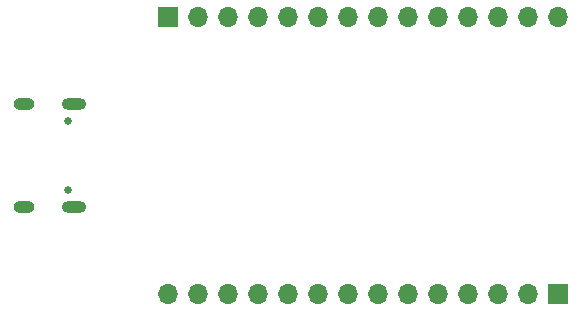
<source format=gbr>
%TF.GenerationSoftware,KiCad,Pcbnew,8.0.4*%
%TF.CreationDate,2024-08-23T17:35:39+03:00*%
%TF.ProjectId,STM32-Pill,53544d33-322d-4506-996c-6c2e6b696361,rev?*%
%TF.SameCoordinates,Original*%
%TF.FileFunction,Soldermask,Bot*%
%TF.FilePolarity,Negative*%
%FSLAX46Y46*%
G04 Gerber Fmt 4.6, Leading zero omitted, Abs format (unit mm)*
G04 Created by KiCad (PCBNEW 8.0.4) date 2024-08-23 17:35:39*
%MOMM*%
%LPD*%
G01*
G04 APERTURE LIST*
%ADD10O,1.700000X1.700000*%
%ADD11R,1.700000X1.700000*%
%ADD12C,0.650000*%
%ADD13O,2.100000X1.000000*%
%ADD14O,1.800000X1.000000*%
G04 APERTURE END LIST*
D10*
%TO.C,J2*%
X134380000Y-104489231D03*
X136920000Y-104489231D03*
X139460001Y-104489231D03*
X142000000Y-104489231D03*
X144540000Y-104489231D03*
X147080000Y-104489231D03*
X149619999Y-104489231D03*
X152160000Y-104489231D03*
X154700000Y-104489231D03*
X157240000Y-104489231D03*
X159780000Y-104489231D03*
X162320001Y-104489231D03*
X164860000Y-104489231D03*
D11*
X167400000Y-104489231D03*
%TD*%
D12*
%TO.C,J1*%
X125915000Y-89910001D03*
X125915000Y-95690001D03*
D13*
X126415000Y-88480001D03*
D14*
X122235000Y-88480001D03*
D13*
X126415000Y-97120001D03*
D14*
X122235000Y-97120001D03*
%TD*%
D11*
%TO.C,J3*%
X134390000Y-81089231D03*
D10*
X136930000Y-81089231D03*
X139469999Y-81089231D03*
X142010000Y-81089231D03*
X144550000Y-81089231D03*
X147090000Y-81089231D03*
X149630000Y-81089231D03*
X152170001Y-81089231D03*
X154710000Y-81089231D03*
X157250000Y-81089231D03*
X159790000Y-81089231D03*
X162329999Y-81089231D03*
X164870000Y-81089231D03*
X167410000Y-81089231D03*
%TD*%
M02*

</source>
